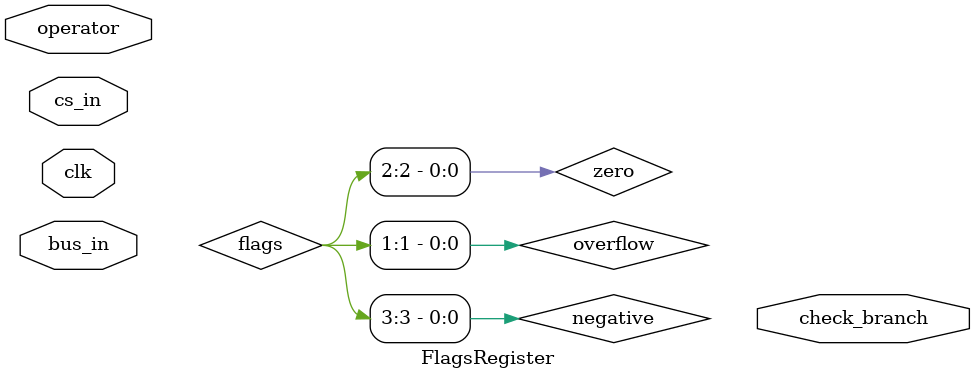
<source format=v>
`include "cpu_data.v"

module FlagsRegister(clk, cs_in, operator, bus_in, check_branch);
    input clk, cs_in;
    input [3:0] operator, bus_in;
    output reg check_branch;
    reg [3:0] flags;

    wire carry, overflow, zero, negative;
    assign carry = flags[0];
    assign overflow = flags[1];
    assign zero = flags[2];
    assign negative = flags[3];
    
    initial flags = 4'h0;
    
    always @ (posedge clk)
        if (cs_in)
            flags = bus_in;
    


endmodule

</source>
